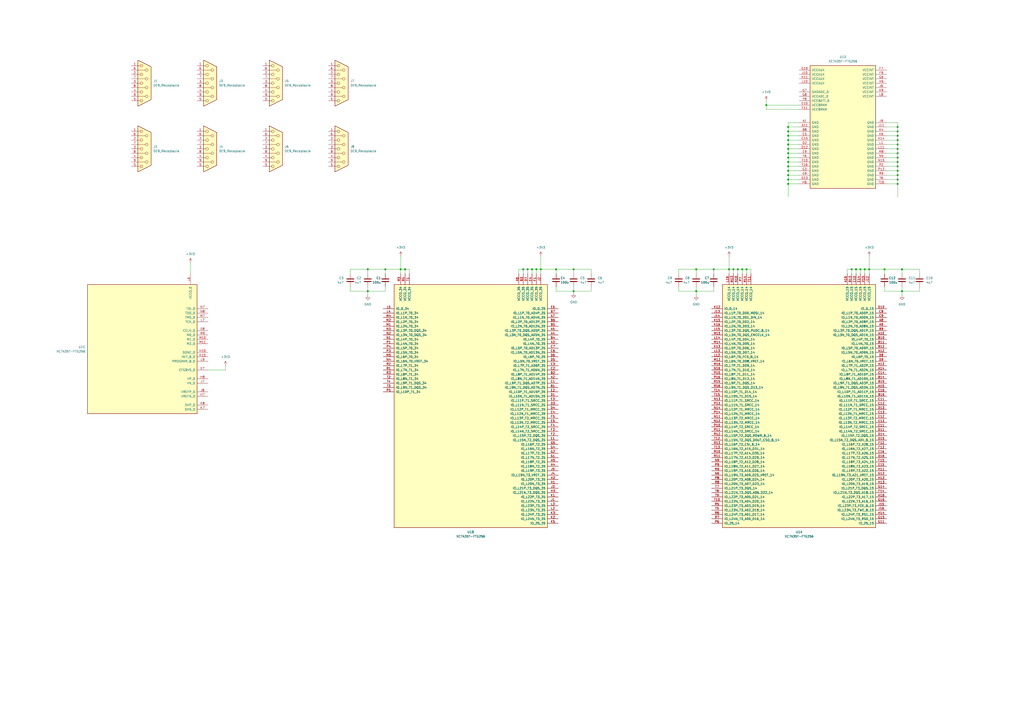
<source format=kicad_sch>
(kicad_sch (version 20231120) (generator "eeschema") (generator_version "8.0")
  (paper "A2")
  (title_block (title "SpaceWire Router") (company "Crosstalk Labs"))
  (lib_symbols
    (symbol "Connector:DE9_Receptacle" (pin_names (offset 1.016) hide)
      (property "Reference" "J" (at 0 13.97 0))
      (property "Value" "DE9_Receptacle" (at 0 -14.605 0))
      (symbol "DE9_Receptacle_0_1"
        (circle (center -1.778 -10.16) (radius 0.762))
        (circle (center -1.778 -5.08) (radius 0.762))
        (circle (center -1.778 0) (radius 0.762))
        (circle (center -1.778 5.08) (radius 0.762))
        (circle (center -1.778 10.16) (radius 0.762))
        (polyline (pts (xy -3.81 -10.16) (xy -2.54 -10.16)))
        (polyline (pts (xy -3.81 -7.62) (xy 0.508 -7.62)))
        (polyline (pts (xy -3.81 -5.08) (xy -2.54 -5.08)))
        (polyline (pts (xy -3.81 -2.54) (xy 0.508 -2.54)))
        (polyline (pts (xy -3.81 0) (xy -2.54 0)))
        (polyline (pts (xy -3.81 2.54) (xy 0.508 2.54)))
        (polyline (pts (xy -3.81 5.08) (xy -2.54 5.08)))
        (polyline (pts (xy -3.81 7.62) (xy 0.508 7.62)))
        (polyline (pts (xy -3.81 10.16) (xy -2.54 10.16)))
        (polyline (pts (xy -3.81 13.335) (xy -3.81 -13.335) (xy 3.81 -9.525) (xy 3.81 9.525) (xy -3.81 13.335)) (stroke (width 0.254)) (fill (type background)))
        (circle (center 1.27 -7.62) (radius 0.762))
        (circle (center 1.27 -2.54) (radius 0.762))
        (circle (center 1.27 2.54) (radius 0.762))
        (circle (center 1.27 7.62) (radius 0.762))
      )
      (symbol "DE9_Receptacle_1_1"
        (pin passive line (at -7.62 10.16 0) (length 3.81) (name "1") (number "1"))
        (pin passive line (at -7.62 5.08 0) (length 3.81) (name "2") (number "2"))
        (pin passive line (at -7.62 0 0) (length 3.81) (name "3") (number "3"))
        (pin passive line (at -7.62 -5.08 0) (length 3.81) (name "4") (number "4"))
        (pin passive line (at -7.62 -10.16 0) (length 3.81) (name "5") (number "5"))
        (pin passive line (at -7.62 7.62 0) (length 3.81) (name "6") (number "6"))
        (pin passive line (at -7.62 2.54 0) (length 3.81) (name "7") (number "7"))
        (pin passive line (at -7.62 -2.54 0) (length 3.81) (name "8") (number "8"))
        (pin passive line (at -7.62 -7.62 0) (length 3.81) (name "9") (number "9"))
      )
    )
    (symbol "Device:C" (pin_numbers hide) (pin_names (offset 0.254))
      (property "Reference" "C" (at 0.635 2.54 0))
      (property "Value" "C" (at 0.635 -2.54 0))
      (symbol "C_0_1"
        (polyline (pts (xy -2.032 -0.762) (xy 2.032 -0.762)) (stroke (width 0.508)))
        (polyline (pts (xy -2.032 0.762) (xy 2.032 0.762)) (stroke (width 0.508)))
      )
      (symbol "C_1_1"
        (pin passive line (at 0 3.81 270) (length 2.794) (name "~") (number "1"))
        (pin passive line (at 0 -3.81 90) (length 2.794) (name "~") (number "2"))
      )
    )
    (symbol "FPGA_Xilinx_Artix7:XC7A35T-FTG256" (pin_names (offset 1.016))
      (property "Reference" "U" (at 0 1.27 0))
      (property "Value" "XC7A35T-FTG256" (at 0 -1.27 0))
      (symbol "XC7A35T-FTG256_1_1"
        (rectangle (start -44.45 67.31) (end 44.45 -73.66) (stroke (width 0.254)) (fill (type background)))
        (pin bidirectional line (at 50.8 38.1 180) (length 6.35) (name "IO_L3N_T0_DQS_AD1N_15") (number "A10"))
        (pin bidirectional line (at 50.8 27.94 180) (length 6.35) (name "IO_L5N_T0_AD9N_15") (number "A12"))
        (pin bidirectional line (at 50.8 20.32 180) (length 6.35) (name "IO_L7P_T1_AD2P_15") (number "A13"))
        (pin bidirectional line (at 50.8 17.78 180) (length 6.35) (name "IO_L7N_T1_AD2N_15") (number "A14"))
        (pin bidirectional line (at 50.8 7.62 180) (length 6.35) (name "IO_L9N_T1_DQS_AD3N_15") (number "A15"))
        (pin power_in line (at 27.94 73.66 270) (length 6.35) (name "VCCO_15") (number "A16"))
        (pin bidirectional line (at 50.8 45.72 180) (length 6.35) (name "IO_L2P_T0_AD8P_15") (number "A8"))
        (pin bidirectional line (at 50.8 43.18 180) (length 6.35) (name "IO_L2N_T0_AD8N_15") (number "A9"))
        (pin bidirectional line (at 50.8 35.56 180) (length 6.35) (name "IO_L4P_T0_15") (number "B10"))
        (pin bidirectional line (at 50.8 33.02 180) (length 6.35) (name "IO_L4N_T0_15") (number "B11"))
        (pin bidirectional line (at 50.8 30.48 180) (length 6.35) (name "IO_L5P_T0_AD9P_15") (number "B12"))
        (pin power_in line (at 30.48 73.66 270) (length 6.35) (name "VCCO_15") (number "B13"))
        (pin bidirectional line (at 50.8 12.7 180) (length 6.35) (name "IO_L8N_T1_AD10N_15") (number "B14"))
        (pin bidirectional line (at 50.8 10.16 180) (length 6.35) (name "IO_L9P_T1_DQS_AD3P_15") (number "B15"))
        (pin bidirectional line (at 50.8 2.54 180) (length 6.35) (name "IO_L10N_T1_AD11N_15") (number "B16"))
        (pin bidirectional line (at 50.8 40.64 180) (length 6.35) (name "IO_L3P_T0_DQS_AD1P_15") (number "B9"))
        (pin power_in line (at 33.02 73.66 270) (length 6.35) (name "VCCO_15") (number "C10"))
        (pin bidirectional line (at 50.8 0 180) (length 6.35) (name "IO_L11P_T1_SRCC_15") (number "C11"))
        (pin bidirectional line (at 50.8 -2.54 180) (length 6.35) (name "IO_L11N_T1_SRCC_15") (number "C12"))
        (pin bidirectional line (at 50.8 -7.62 180) (length 6.35) (name "IO_L12N_T1_MRCC_15") (number "C13"))
        (pin bidirectional line (at 50.8 15.24 180) (length 6.35) (name "IO_L8P_T1_AD10P_15") (number "C14"))
        (pin bidirectional line (at 50.8 5.08 180) (length 6.35) (name "IO_L10P_T1_AD11P_15") (number "C16"))
        (pin bidirectional line (at 50.8 50.8 180) (length 6.35) (name "IO_L1P_T0_AD0P_15") (number "C8"))
        (pin bidirectional line (at 50.8 48.26 180) (length 6.35) (name "IO_L1N_T0_AD0N_15") (number "C9"))
        (pin bidirectional line (at 50.8 53.34 180) (length 6.35) (name "IO_0_15") (number "D10"))
        (pin bidirectional line (at 50.8 -17.78 180) (length 6.35) (name "IO_L14N_T2_SRCC_15") (number "D11"))
        (pin bidirectional line (at 50.8 -5.08 180) (length 6.35) (name "IO_L12P_T1_MRCC_15") (number "D13"))
        (pin bidirectional line (at 50.8 -20.32 180) (length 6.35) (name "IO_L15P_T2_DQS_15") (number "D14"))
        (pin bidirectional line (at 50.8 -22.86 180) (length 6.35) (name "IO_L15N_T2_DQS_ADV_B_15") (number "D15"))
        (pin bidirectional line (at 50.8 -33.02 180) (length 6.35) (name "IO_L17N_T2_A25_15") (number "D16"))
        (pin bidirectional line (at 50.8 25.4 180) (length 6.35) (name "IO_L6P_T0_15") (number "D8"))
        (pin bidirectional line (at 50.8 22.86 180) (length 6.35) (name "IO_L6N_T0_VREF_15") (number "D9"))
        (pin bidirectional line (at 50.8 -15.24 180) (length 6.35) (name "IO_L14P_T2_SRCC_15") (number "E11"))
        (pin bidirectional line (at 50.8 -10.16 180) (length 6.35) (name "IO_L13P_T2_MRCC_15") (number "E12"))
        (pin bidirectional line (at 50.8 -12.7 180) (length 6.35) (name "IO_L13N_T2_MRCC_15") (number "E13"))
        (pin power_in line (at 35.56 73.66 270) (length 6.35) (name "VCCO_15") (number "E14"))
        (pin bidirectional line (at 50.8 -38.1 180) (length 6.35) (name "IO_L18N_T2_A23_15") (number "E15"))
        (pin bidirectional line (at 50.8 -30.48 180) (length 6.35) (name "IO_L17P_T2_A26_15") (number "E16"))
        (pin bidirectional line (at 50.8 -25.4 180) (length 6.35) (name "IO_L16P_T2_A28_15") (number "F12"))
        (pin bidirectional line (at 50.8 -27.94 180) (length 6.35) (name "IO_L16N_T2_A27_15") (number "F13"))
        (pin bidirectional line (at 50.8 -53.34 180) (length 6.35) (name "IO_L21N_T3_DQS_A18_15") (number "F14"))
        (pin bidirectional line (at 50.8 -35.56 180) (length 6.35) (name "IO_L18P_T2_A24_15") (number "F15"))
        (pin bidirectional line (at 50.8 -71.12 180) (length 6.35) (name "IO_25_15") (number "G11"))
        (pin bidirectional line (at 50.8 -43.18 180) (length 6.35) (name "IO_L19N_T3_A21_VREF_15") (number "G12"))
        (pin bidirectional line (at 50.8 -50.8 180) (length 6.35) (name "IO_L21P_T3_DQS_15") (number "G14"))
        (pin bidirectional line (at 50.8 -68.58 180) (length 6.35) (name "IO_L24N_T3_RS0_15") (number "G15"))
        (pin bidirectional line (at 50.8 -58.42 180) (length 6.35) (name "IO_L22N_T3_A16_15") (number "G16"))
        (pin bidirectional line (at 50.8 -40.64 180) (length 6.35) (name "IO_L19P_T3_A22_15") (number "H11"))
        (pin bidirectional line (at 50.8 -45.72 180) (length 6.35) (name "IO_L20P_T3_A20_15") (number "H12"))
        (pin bidirectional line (at 50.8 -48.26 180) (length 6.35) (name "IO_L20N_T3_A19_15") (number "H13"))
        (pin bidirectional line (at 50.8 -66.04 180) (length 6.35) (name "IO_L24P_T3_RS1_15") (number "H14"))
        (pin power_in line (at 38.1 73.66 270) (length 6.35) (name "VCCO_15") (number "H15"))
        (pin bidirectional line (at 50.8 -55.88 180) (length 6.35) (name "IO_L22P_T3_A17_15") (number "H16"))
        (pin power_in line (at 40.64 73.66 270) (length 6.35) (name "VCCO_15") (number "J12"))
        (pin bidirectional line (at -50.8 50.8 0) (length 6.35) (name "IO_L1P_T0_D00_MOSI_14") (number "J13"))
        (pin bidirectional line (at -50.8 48.26 0) (length 6.35) (name "IO_L1N_T0_D01_DIN_14") (number "J14"))
        (pin bidirectional line (at 50.8 -60.96 180) (length 6.35) (name "IO_L23P_T3_FOE_B_15") (number "J15"))
        (pin bidirectional line (at 50.8 -63.5 180) (length 6.35) (name "IO_L23N_T3_FWE_B_15") (number "J16"))
        (pin bidirectional line (at -50.8 53.34 0) (length 6.35) (name "IO_0_14") (number "K12"))
        (pin bidirectional line (at -50.8 30.48 0) (length 6.35) (name "IO_L5P_T0_D06_14") (number "K13"))
        (pin bidirectional line (at -50.8 45.72 0) (length 6.35) (name "IO_L2P_T0_D02_14") (number "K15"))
        (pin bidirectional line (at -50.8 43.18 0) (length 6.35) (name "IO_L2N_T0_D03_14") (number "K16"))
        (pin bidirectional line (at -50.8 25.4 0) (length 6.35) (name "IO_L6P_T0_FCS_B_14") (number "L12"))
        (pin bidirectional line (at -50.8 27.94 0) (length 6.35) (name "IO_L5N_T0_D07_14") (number "L13"))
        (pin bidirectional line (at -50.8 35.56 0) (length 6.35) (name "IO_L4P_T0_D04_14") (number "L14"))
        (pin bidirectional line (at -50.8 40.64 0) (length 6.35) (name "IO_L3P_T0_DQS_PUDC_B_14") (number "L15"))
        (pin power_in line (at -40.64 73.66 270) (length 6.35) (name "VCCO_14") (number "L16"))
        (pin bidirectional line (at -50.8 22.86 0) (length 6.35) (name "IO_L6N_T0_D08_VREF_14") (number "M12"))
        (pin power_in line (at -38.1 73.66 270) (length 6.35) (name "VCCO_14") (number "M13"))
        (pin bidirectional line (at -50.8 33.02 0) (length 6.35) (name "IO_L4N_T0_D05_14") (number "M14"))
        (pin bidirectional line (at -50.8 38.1 0) (length 6.35) (name "IO_L3N_T0_DQS_EMCCLK_14") (number "M15"))
        (pin bidirectional line (at -50.8 20.32 0) (length 6.35) (name "IO_L7P_T1_D09_14") (number "M16"))
        (pin bidirectional line (at -50.8 -40.64 0) (length 6.35) (name "IO_L19P_T3_A10_D26_14") (number "M6"))
        (pin power_in line (at -35.56 73.66 270) (length 6.35) (name "VCCO_14") (number "N10"))
        (pin bidirectional line (at -50.8 -10.16 0) (length 6.35) (name "IO_L13P_T2_MRCC_14") (number "N11"))
        (pin bidirectional line (at -50.8 -12.7 0) (length 6.35) (name "IO_L13N_T2_MRCC_14") (number "N12"))
        (pin bidirectional line (at -50.8 0 0) (length 6.35) (name "IO_L11P_T1_SRCC_14") (number "N13"))
        (pin bidirectional line (at -50.8 -5.08 0) (length 6.35) (name "IO_L12P_T1_MRCC_14") (number "N14"))
        (pin bidirectional line (at -50.8 17.78 0) (length 6.35) (name "IO_L7N_T1_D10_14") (number "N16"))
        (pin bidirectional line (at -50.8 -43.18 0) (length 6.35) (name "IO_L19N_T3_A09_D25_VREF_14") (number "N6"))
        (pin bidirectional line (at -50.8 -35.56 0) (length 6.35) (name "IO_L18P_T2_A12_D28_14") (number "N9"))
        (pin bidirectional line (at -50.8 -15.24 0) (length 6.35) (name "IO_L14P_T2_SRCC_14") (number "P10"))
        (pin bidirectional line (at -50.8 -17.78 0) (length 6.35) (name "IO_L14N_T2_SRCC_14") (number "P11"))
        (pin bidirectional line (at -50.8 -2.54 0) (length 6.35) (name "IO_L11N_T1_SRCC_14") (number "P13"))
        (pin bidirectional line (at -50.8 -7.62 0) (length 6.35) (name "IO_L12N_T1_MRCC_14") (number "P14"))
        (pin bidirectional line (at -50.8 15.24 0) (length 6.35) (name "IO_L8P_T1_D11_14") (number "P15"))
        (pin bidirectional line (at -50.8 12.7 0) (length 6.35) (name "IO_L8N_T1_D12_14") (number "P16"))
        (pin bidirectional line (at -50.8 -71.12 0) (length 6.35) (name "IO_25_14") (number "P6"))
        (pin power_in line (at -33.02 73.66 270) (length 6.35) (name "VCCO_14") (number "P7"))
        (pin bidirectional line (at -50.8 -45.72 0) (length 6.35) (name "IO_L20P_T3_A08_D24_14") (number "P8"))
        (pin bidirectional line (at -50.8 -38.1 0) (length 6.35) (name "IO_L18N_T2_A11_D27_14") (number "P9"))
        (pin bidirectional line (at -50.8 -30.48 0) (length 6.35) (name "IO_L17P_T2_A14_D30_14") (number "R10"))
        (pin bidirectional line (at -50.8 -33.02 0) (length 6.35) (name "IO_L17N_T2_A13_D29_14") (number "R11"))
        (pin bidirectional line (at -50.8 -20.32 0) (length 6.35) (name "IO_L15P_T2_DQS_RDWR_B_14") (number "R12"))
        (pin bidirectional line (at -50.8 -25.4 0) (length 6.35) (name "IO_L16P_T2_CSI_B_14") (number "R13"))
        (pin power_in line (at -30.48 73.66 270) (length 6.35) (name "VCCO_14") (number "R14"))
        (pin bidirectional line (at -50.8 10.16 0) (length 6.35) (name "IO_L9P_T1_DQS_14") (number "R15"))
        (pin bidirectional line (at -50.8 7.62 0) (length 6.35) (name "IO_L9N_T1_DQS_D13_14") (number "R16"))
        (pin bidirectional line (at -50.8 -60.96 0) (length 6.35) (name "IO_L23P_T3_A03_D19_14") (number "R5"))
        (pin bidirectional line (at -50.8 -66.04 0) (length 6.35) (name "IO_L24P_T3_A01_D17_14") (number "R6"))
        (pin bidirectional line (at -50.8 -68.58 0) (length 6.35) (name "IO_L24N_T3_A00_D16_14") (number "R7"))
        (pin bidirectional line (at -50.8 -48.26 0) (length 6.35) (name "IO_L20N_T3_A07_D23_14") (number "R8"))
        (pin bidirectional line (at -50.8 -58.42 0) (length 6.35) (name "IO_L22N_T3_A04_D20_14") (number "T10"))
        (pin power_in line (at -27.94 73.66 270) (length 6.35) (name "VCCO_14") (number "T11"))
        (pin bidirectional line (at -50.8 -22.86 0) (length 6.35) (name "IO_L15N_T2_DQS_DOUT_CSO_B_14") (number "T12"))
        (pin bidirectional line (at -50.8 -27.94 0) (length 6.35) (name "IO_L16N_T2_A15_D31_14") (number "T13"))
        (pin bidirectional line (at -50.8 5.08 0) (length 6.35) (name "IO_L10P_T1_D14_14") (number "T14"))
        (pin bidirectional line (at -50.8 2.54 0) (length 6.35) (name "IO_L10N_T1_D15_14") (number "T15"))
        (pin bidirectional line (at -50.8 -63.5 0) (length 6.35) (name "IO_L23N_T3_A02_D18_14") (number "T5"))
        (pin bidirectional line (at -50.8 -50.8 0) (length 6.35) (name "IO_L21P_T3_DQS_14") (number "T7"))
        (pin bidirectional line (at -50.8 -53.34 0) (length 6.35) (name "IO_L21N_T3_DQS_A06_D22_14") (number "T8"))
        (pin bidirectional line (at -50.8 -55.88 0) (length 6.35) (name "IO_L22P_T3_A05_D21_14") (number "T9"))
      )
      (symbol "XC7A35T-FTG256_2_1"
        (rectangle (start -44.45 67.31) (end 44.45 -73.66) (stroke (width 0.254)) (fill (type background)))
        (pin bidirectional line (at 50.8 12.7 180) (length 6.35) (name "IO_L8N_T1_AD14N_35") (number "A2"))
        (pin bidirectional line (at 50.8 33.02 180) (length 6.35) (name "IO_L4N_T0_35") (number "A3"))
        (pin bidirectional line (at 50.8 38.1 180) (length 6.35) (name "IO_L3N_T0_DQS_AD5N_35") (number "A4"))
        (pin bidirectional line (at 50.8 40.64 180) (length 6.35) (name "IO_L3P_T0_DQS_AD5P_35") (number "A5"))
        (pin power_in line (at 27.94 73.66 270) (length 6.35) (name "VCCO_35") (number "A6"))
        (pin bidirectional line (at 50.8 48.26 180) (length 6.35) (name "IO_L1N_T0_AD4N_35") (number "A7"))
        (pin bidirectional line (at 50.8 7.62 180) (length 6.35) (name "IO_L9N_T1_DQS_AD7N_35") (number "B1"))
        (pin bidirectional line (at 50.8 15.24 180) (length 6.35) (name "IO_L8P_T1_AD14P_35") (number "B2"))
        (pin power_in line (at 30.48 73.66 270) (length 6.35) (name "VCCO_35") (number "B3"))
        (pin bidirectional line (at 50.8 35.56 180) (length 6.35) (name "IO_L4P_T0_35") (number "B4"))
        (pin bidirectional line (at 50.8 43.18 180) (length 6.35) (name "IO_L2N_T0_AD12N_35") (number "B5"))
        (pin bidirectional line (at 50.8 45.72 180) (length 6.35) (name "IO_L2P_T0_AD12P_35") (number "B6"))
        (pin bidirectional line (at 50.8 50.8 180) (length 6.35) (name "IO_L1P_T0_AD4P_35") (number "B7"))
        (pin bidirectional line (at 50.8 10.16 180) (length 6.35) (name "IO_L9P_T1_DQS_AD7P_35") (number "C1"))
        (pin bidirectional line (at 50.8 17.78 180) (length 6.35) (name "IO_L7N_T1_AD6N_35") (number "C2"))
        (pin bidirectional line (at 50.8 20.32 180) (length 6.35) (name "IO_L7P_T1_AD6P_35") (number "C3"))
        (pin bidirectional line (at 50.8 -7.62 180) (length 6.35) (name "IO_L12N_T1_MRCC_35") (number "C4"))
        (pin bidirectional line (at 50.8 27.94 180) (length 6.35) (name "IO_L5N_T0_AD13N_35") (number "C6"))
        (pin bidirectional line (at 50.8 30.48 180) (length 6.35) (name "IO_L5P_T0_AD13P_35") (number "C7"))
        (pin bidirectional line (at 50.8 2.54 180) (length 6.35) (name "IO_L10N_T1_AD15N_35") (number "D1"))
        (pin bidirectional line (at 50.8 -2.54 180) (length 6.35) (name "IO_L11N_T1_SRCC_35") (number "D3"))
        (pin bidirectional line (at 50.8 -5.08 180) (length 6.35) (name "IO_L12P_T1_MRCC_35") (number "D4"))
        (pin bidirectional line (at 50.8 22.86 180) (length 6.35) (name "IO_L6N_T0_VREF_35") (number "D5"))
        (pin bidirectional line (at 50.8 25.4 180) (length 6.35) (name "IO_L6P_T0_35") (number "D6"))
        (pin power_in line (at 33.02 73.66 270) (length 6.35) (name "VCCO_35") (number "D7"))
        (pin bidirectional line (at 50.8 -22.86 180) (length 6.35) (name "IO_L15N_T2_DQS_35") (number "E1"))
        (pin bidirectional line (at 50.8 5.08 180) (length 6.35) (name "IO_L10P_T1_AD15P_35") (number "E2"))
        (pin bidirectional line (at 50.8 0 180) (length 6.35) (name "IO_L11P_T1_SRCC_35") (number "E3"))
        (pin power_in line (at 35.56 73.66 270) (length 6.35) (name "VCCO_35") (number "E4"))
        (pin bidirectional line (at 50.8 -12.7 180) (length 6.35) (name "IO_L13N_T2_MRCC_35") (number "E5"))
        (pin bidirectional line (at 50.8 53.34 180) (length 6.35) (name "IO_0_35") (number "E6"))
        (pin power_in line (at 38.1 73.66 270) (length 6.35) (name "VCCO_35") (number "F1"))
        (pin bidirectional line (at 50.8 -20.32 180) (length 6.35) (name "IO_L15P_T2_DQS_35") (number "F2"))
        (pin bidirectional line (at 50.8 -17.78 180) (length 6.35) (name "IO_L14N_T2_SRCC_35") (number "F3"))
        (pin bidirectional line (at 50.8 -15.24 180) (length 6.35) (name "IO_L14P_T2_SRCC_35") (number "F4"))
        (pin bidirectional line (at 50.8 -10.16 180) (length 6.35) (name "IO_L13P_T2_MRCC_35") (number "F5"))
        (pin bidirectional line (at 50.8 -33.02 180) (length 6.35) (name "IO_L17N_T2_35") (number "G1"))
        (pin bidirectional line (at 50.8 -30.48 180) (length 6.35) (name "IO_L17P_T2_35") (number "G2"))
        (pin bidirectional line (at 50.8 -27.94 180) (length 6.35) (name "IO_L16N_T2_35") (number "G4"))
        (pin bidirectional line (at 50.8 -25.4 180) (length 6.35) (name "IO_L16P_T2_35") (number "G5"))
        (pin bidirectional line (at 50.8 -48.26 180) (length 6.35) (name "IO_L20N_T3_35") (number "H1"))
        (pin bidirectional line (at 50.8 -45.72 180) (length 6.35) (name "IO_L20P_T3_35") (number "H2"))
        (pin bidirectional line (at 50.8 -53.34 180) (length 6.35) (name "IO_L21N_T3_DQS_35") (number "H3"))
        (pin bidirectional line (at 50.8 -38.1 180) (length 6.35) (name "IO_L18N_T2_35") (number "H4"))
        (pin bidirectional line (at 50.8 -35.56 180) (length 6.35) (name "IO_L18P_T2_35") (number "H5"))
        (pin bidirectional line (at 50.8 -58.42 180) (length 6.35) (name "IO_L22N_T3_35") (number "J1"))
        (pin power_in line (at 40.64 73.66 270) (length 6.35) (name "VCCO_35") (number "J2"))
        (pin bidirectional line (at 50.8 -50.8 180) (length 6.35) (name "IO_L21P_T3_DQS_35") (number "J3"))
        (pin bidirectional line (at 50.8 -43.18 180) (length 6.35) (name "IO_L19N_T3_VREF_35") (number "J4"))
        (pin bidirectional line (at 50.8 -40.64 180) (length 6.35) (name "IO_L19P_T3_35") (number "J5"))
        (pin bidirectional line (at 50.8 -55.88 180) (length 6.35) (name "IO_L22P_T3_35") (number "K1"))
        (pin bidirectional line (at 50.8 -68.58 180) (length 6.35) (name "IO_L24N_T3_35") (number "K2"))
        (pin bidirectional line (at 50.8 -66.04 180) (length 6.35) (name "IO_L24P_T3_35") (number "K3"))
        (pin bidirectional line (at 50.8 -71.12 180) (length 6.35) (name "IO_25_35") (number "K5"))
        (pin bidirectional line (at 50.8 -63.5 180) (length 6.35) (name "IO_L23N_T3_35") (number "L2"))
        (pin bidirectional line (at 50.8 -60.96 180) (length 6.35) (name "IO_L23P_T3_35") (number "L3"))
        (pin bidirectional line (at -50.8 50.8 0) (length 6.35) (name "IO_L1P_T0_34") (number "L4"))
        (pin bidirectional line (at -50.8 53.34 0) (length 6.35) (name "IO_0_34") (number "L5"))
        (pin bidirectional line (at -50.8 43.18 0) (length 6.35) (name "IO_L2N_T0_34") (number "M1"))
        (pin bidirectional line (at -50.8 45.72 0) (length 6.35) (name "IO_L2P_T0_34") (number "M2"))
        (pin power_in line (at -40.64 73.66 270) (length 6.35) (name "VCCO_34") (number "M3"))
        (pin bidirectional line (at -50.8 48.26 0) (length 6.35) (name "IO_L1N_T0_34") (number "M4"))
        (pin bidirectional line (at -50.8 25.4 0) (length 6.35) (name "IO_L6P_T0_34") (number "M5"))
        (pin bidirectional line (at -50.8 35.56 0) (length 6.35) (name "IO_L4P_T0_34") (number "N1"))
        (pin bidirectional line (at -50.8 38.1 0) (length 6.35) (name "IO_L3N_T0_DQS_34") (number "N2"))
        (pin bidirectional line (at -50.8 40.64 0) (length 6.35) (name "IO_L3P_T0_DQS_34") (number "N3"))
        (pin bidirectional line (at -50.8 22.86 0) (length 6.35) (name "IO_L6N_T0_VREF_34") (number "N4"))
        (pin bidirectional line (at -50.8 33.02 0) (length 6.35) (name "IO_L4N_T0_34") (number "P1"))
        (pin bidirectional line (at -50.8 27.94 0) (length 6.35) (name "IO_L5N_T0_34") (number "P3"))
        (pin bidirectional line (at -50.8 30.48 0) (length 6.35) (name "IO_L5P_T0_34") (number "P4"))
        (pin bidirectional line (at -50.8 5.08 0) (length 6.35) (name "IO_L10P_T1_34") (number "P5"))
        (pin bidirectional line (at -50.8 17.78 0) (length 6.35) (name "IO_L7N_T1_34") (number "R1"))
        (pin bidirectional line (at -50.8 20.32 0) (length 6.35) (name "IO_L7P_T1_34") (number "R2"))
        (pin bidirectional line (at -50.8 15.24 0) (length 6.35) (name "IO_L8P_T1_34") (number "R3"))
        (pin power_in line (at -38.1 73.66 270) (length 6.35) (name "VCCO_34") (number "R4"))
        (pin power_in line (at -35.56 73.66 270) (length 6.35) (name "VCCO_34") (number "T1"))
        (pin bidirectional line (at -50.8 12.7 0) (length 6.35) (name "IO_L8N_T1_34") (number "T2"))
        (pin bidirectional line (at -50.8 7.62 0) (length 6.35) (name "IO_L9N_T1_DQS_34") (number "T3"))
        (pin bidirectional line (at -50.8 10.16 0) (length 6.35) (name "IO_L9P_T1_DQS_34") (number "T4"))
      )
      (symbol "XC7A35T-FTG256_3_1"
        (rectangle (start -31.75 34.29) (end 31.75 -40.64) (stroke (width 0.254)) (fill (type background)))
        (pin bidirectional line (at 38.1 -15.24 180) (length 6.35) (name "CFGBVS_0") (number "E7"))
        (pin bidirectional line (at 38.1 7.62 180) (length 6.35) (name "CCLK_0") (number "E8"))
        (pin bidirectional line (at 38.1 -5.08 180) (length 6.35) (name "DONE_0") (number "H10"))
        (pin bidirectional line (at 38.1 -30.48 180) (length 6.35) (name "VREFN_0") (number "H7"))
        (pin bidirectional line (at 38.1 -20.32 180) (length 6.35) (name "VP_0") (number "H8"))
        (pin bidirectional line (at 38.1 -22.86 180) (length 6.35) (name "VN_0") (number "J7"))
        (pin bidirectional line (at 38.1 -27.94 180) (length 6.35) (name "VREFP_0") (number "J8"))
        (pin bidirectional line (at 38.1 -7.62 180) (length 6.35) (name "INIT_B_0") (number "K10"))
        (pin bidirectional line (at 38.1 -38.1 180) (length 6.35) (name "DXN_0") (number "K7"))
        (pin bidirectional line (at 38.1 -35.56 180) (length 6.35) (name "DXP_0") (number "K8"))
        (pin power_in line (at 27.94 40.64 270) (length 6.35) (name "VCCO_0") (number "L6"))
        (pin bidirectional line (at 38.1 12.7 180) (length 6.35) (name "TCK_0") (number "L7"))
        (pin bidirectional line (at 38.1 -10.16 180) (length 6.35) (name "PROGRAM_B_0") (number "L9"))
        (pin bidirectional line (at 38.1 2.54 180) (length 6.35) (name "M1_0") (number "M10"))
        (pin bidirectional line (at 38.1 0 180) (length 6.35) (name "M2_0") (number "M11"))
        (pin bidirectional line (at 38.1 15.24 180) (length 6.35) (name "TMS_0") (number "M7"))
        (pin bidirectional line (at 38.1 5.08 180) (length 6.35) (name "M0_0") (number "M9"))
        (pin bidirectional line (at 38.1 20.32 180) (length 6.35) (name "TDI_0") (number "N7"))
        (pin bidirectional line (at 38.1 17.78 180) (length 6.35) (name "TDO_0") (number "N8"))
      )
      (symbol "XC7A35T-FTG256_4_1"
        (rectangle (start -19.05 35.56) (end 19.05 -35.56) (stroke (width 0.254)) (fill (type background)))
        (pin power_in line (at -25.4 2.54 0) (length 6.35) (name "GND") (number "A1"))
        (pin power_in line (at -25.4 0 0) (length 6.35) (name "GND") (number "A11"))
        (pin power_in line (at -25.4 -2.54 0) (length 6.35) (name "GND") (number "B8"))
        (pin power_in line (at -25.4 -7.62 0) (length 6.35) (name "GND") (number "C15"))
        (pin power_in line (at -25.4 -5.08 0) (length 6.35) (name "GND") (number "C5"))
        (pin power_in line (at -25.4 -12.7 0) (length 6.35) (name "GND") (number "D12"))
        (pin power_in line (at -25.4 -10.16 0) (length 6.35) (name "GND") (number "D2"))
        (pin power_in line (at -25.4 12.7 0) (length 6.35) (name "VCCBRAM") (number "E10"))
        (pin power_in line (at -25.4 -15.24 0) (length 6.35) (name "GND") (number "E9"))
        (pin power_in line (at -25.4 -20.32 0) (length 6.35) (name "GND") (number "F10"))
        (pin power_in line (at -25.4 10.16 0) (length 6.35) (name "VCCBRAM") (number "F11"))
        (pin power_in line (at -25.4 -22.86 0) (length 6.35) (name "GND") (number "F16"))
        (pin power_in line (at -25.4 -17.78 0) (length 6.35) (name "GND") (number "F6"))
        (pin power_in line (at 25.4 33.02 180) (length 6.35) (name "VCCINT") (number "F7"))
        (pin power_in line (at -25.4 15.24 0) (length 6.35) (name "VCCBATT_0") (number "F8"))
        (pin power_in line (at 25.4 30.48 180) (length 6.35) (name "VCCINT") (number "F9"))
        (pin power_in line (at -25.4 33.02 0) (length 6.35) (name "VCCAUX") (number "G10"))
        (pin power_in line (at -25.4 -30.48 0) (length 6.35) (name "GND") (number "G13"))
        (pin power_in line (at -25.4 -25.4 0) (length 6.35) (name "GND") (number "G3"))
        (pin power_in line (at 25.4 27.94 180) (length 6.35) (name "VCCINT") (number "G6"))
        (pin power_in line (at -25.4 20.32 0) (length 6.35) (name "GNDADC_0") (number "G7"))
        (pin power_in line (at -25.4 17.78 0) (length 6.35) (name "VCCADC_0") (number "G8"))
        (pin power_in line (at -25.4 -27.94 0) (length 6.35) (name "GND") (number "G9"))
        (pin power_in line (at -25.4 -33.02 0) (length 6.35) (name "GND") (number "H6"))
        (pin power_in line (at 25.4 25.4 180) (length 6.35) (name "VCCINT") (number "H9"))
        (pin power_in line (at -25.4 30.48 0) (length 6.35) (name "VCCAUX") (number "J10"))
        (pin power_in line (at 25.4 0 180) (length 6.35) (name "GND") (number "J11"))
        (pin power_in line (at 25.4 22.86 180) (length 6.35) (name "VCCINT") (number "J6"))
        (pin power_in line (at 25.4 2.54 180) (length 6.35) (name "GND") (number "J9"))
        (pin power_in line (at -25.4 27.94 0) (length 6.35) (name "VCCAUX") (number "K11"))
        (pin power_in line (at 25.4 -7.62 180) (length 6.35) (name "GND") (number "K14"))
        (pin power_in line (at 25.4 -2.54 180) (length 6.35) (name "GND") (number "K4"))
        (pin power_in line (at 25.4 -5.08 180) (length 6.35) (name "GND") (number "K6"))
        (pin power_in line (at 25.4 20.32 180) (length 6.35) (name "VCCINT") (number "K9"))
        (pin power_in line (at 25.4 -10.16 180) (length 6.35) (name "GND") (number "L1"))
        (pin power_in line (at -25.4 25.4 0) (length 6.35) (name "VCCAUX") (number "L10"))
        (pin power_in line (at 25.4 -12.7 180) (length 6.35) (name "GND") (number "L11"))
        (pin power_in line (at 25.4 17.78 180) (length 6.35) (name "VCCINT") (number "L8"))
        (pin power_in line (at 25.4 -15.24 180) (length 6.35) (name "GND") (number "M8"))
        (pin power_in line (at 25.4 -20.32 180) (length 6.35) (name "GND") (number "N15"))
        (pin power_in line (at 25.4 -17.78 180) (length 6.35) (name "GND") (number "N5"))
        (pin power_in line (at 25.4 -25.4 180) (length 6.35) (name "GND") (number "P12"))
        (pin power_in line (at 25.4 -22.86 180) (length 6.35) (name "GND") (number "P2"))
        (pin power_in line (at 25.4 -27.94 180) (length 6.35) (name "GND") (number "R9"))
        (pin power_in line (at 25.4 -33.02 180) (length 6.35) (name "GND") (number "T16"))
        (pin power_in line (at 25.4 -30.48 180) (length 6.35) (name "GND") (number "T6"))
      )
    )
    (symbol "power:+1V0" (power) (pin_numbers hide) (pin_names (offset 0) hide)
      (property "Value" "+1V0" (at 0 3.556 0))
      (symbol "+1V0_0_1"
        (polyline (pts (xy -0.762 1.27) (xy 0 2.54)))
        (polyline (pts (xy 0 0) (xy 0 2.54)))
        (polyline (pts (xy 0 2.54) (xy 0.762 1.27)))
      )
      (symbol "+1V0_1_1"
        (pin power_in line (at 0 0 90) (length 0) (name "~") (number "1"))
      )
    )
    (symbol "power:+3V3" (power) (pin_numbers hide) (pin_names (offset 0) hide)
      (property "Value" "+3V3" (at 0 3.556 0))
      (symbol "+3V3_0_1"
        (polyline (pts (xy -0.762 1.27) (xy 0 2.54)))
        (polyline (pts (xy 0 0) (xy 0 2.54)))
        (polyline (pts (xy 0 2.54) (xy 0.762 1.27)))
      )
      (symbol "+3V3_1_1"
        (pin power_in line (at 0 0 90) (length 0) (name "~") (number "1"))
      )
    )
    (symbol "power:GND" (power) (pin_numbers hide) (pin_names (offset 0) hide)
      (property "Value" "GND" (at 0 -3.81 0))
      (symbol "GND_0_1"
        (polyline (pts (xy 0 0) (xy 0 -1.27) (xy 1.27 -1.27) (xy 0 -2.54) (xy -1.27 -1.27) (xy 0 -1.27)))
      )
      (symbol "GND_1_1"
        (pin power_in line (at 0 0 270) (length 0) (name "~") (number "1"))
      )
    )
  )
  (junction (at 494.03 156.21))
  (junction (at 520.7 78.74))
  (junction (at 523.24 168.91))
  (junction (at 457.2 99.06))
  (junction (at 520.7 83.82))
  (junction (at 520.7 96.52))
  (junction (at 234.95 156.21))
  (junction (at 232.41 156.21))
  (junction (at 444.5 60.96))
  (junction (at 457.2 86.36))
  (junction (at 457.2 73.66))
  (junction (at 213.36 168.91))
  (junction (at 457.2 76.2))
  (junction (at 306.07 156.21))
  (junction (at 213.36 156.21))
  (junction (at 430.53 156.21))
  (junction (at 513.08 156.21))
  (junction (at 223.52 156.21))
  (junction (at 322.58 156.21))
  (junction (at 313.69 156.21))
  (junction (at 332.74 168.91))
  (junction (at 520.7 99.06))
  (junction (at 457.2 88.9))
  (junction (at 520.7 81.28))
  (junction (at 303.53 156.21))
  (junction (at 520.7 88.9))
  (junction (at 520.7 91.44))
  (junction (at 520.7 101.6))
  (junction (at 311.15 156.21))
  (junction (at 332.74 156.21))
  (junction (at 422.91 156.21))
  (junction (at 520.7 73.66))
  (junction (at 403.86 168.91))
  (junction (at 504.19 156.21))
  (junction (at 501.65 156.21))
  (junction (at 308.61 156.21))
  (junction (at 457.2 104.14))
  (junction (at 457.2 101.6))
  (junction (at 520.7 93.98))
  (junction (at 523.24 156.21))
  (junction (at 520.7 106.68))
  (junction (at 457.2 81.28))
  (junction (at 457.2 78.74))
  (junction (at 403.86 156.21))
  (junction (at 457.2 91.44))
  (junction (at 414.02 156.21))
  (junction (at 520.7 76.2))
  (junction (at 499.11 156.21))
  (junction (at 520.7 104.14))
  (junction (at 457.2 93.98))
  (junction (at 457.2 106.68))
  (junction (at 496.57 156.21))
  (junction (at 427.99 156.21))
  (junction (at 433.07 156.21))
  (junction (at 425.45 156.21))
  (junction (at 457.2 83.82))
  (junction (at 457.2 96.52))
  (junction (at 520.7 86.36))
  (wire (pts (xy 308.61 156.21) (xy 311.15 156.21)))
  (wire (pts (xy 430.53 156.21) (xy 430.53 158.75)))
  (wire (pts (xy 234.95 156.21) (xy 234.95 158.75)))
  (wire (pts (xy 513.08 156.21) (xy 513.08 158.75)))
  (wire (pts (xy 457.2 78.74) (xy 463.55 78.74)))
  (wire (pts (xy 499.11 156.21) (xy 496.57 156.21)))
  (wire (pts (xy 520.7 71.12) (xy 514.35 71.12)))
  (wire (pts (xy 306.07 156.21) (xy 308.61 156.21)))
  (wire (pts (xy 422.91 156.21) (xy 414.02 156.21)))
  (wire (pts (xy 322.58 156.21) (xy 332.74 156.21)))
  (wire (pts (xy 322.58 168.91) (xy 332.74 168.91)))
  (wire (pts (xy 514.35 101.6) (xy 520.7 101.6)))
  (wire (pts (xy 425.45 156.21) (xy 427.99 156.21)))
  (wire (pts (xy 213.36 168.91) (xy 213.36 171.45)))
  (wire (pts (xy 501.65 156.21) (xy 499.11 156.21)))
  (wire (pts (xy 414.02 168.91) (xy 403.86 168.91)))
  (wire (pts (xy 422.91 148.59) (xy 422.91 156.21)))
  (wire (pts (xy 513.08 168.91) (xy 523.24 168.91)))
  (wire (pts (xy 303.53 156.21) (xy 303.53 158.75)))
  (wire (pts (xy 457.2 88.9) (xy 463.55 88.9)))
  (wire (pts (xy 520.7 91.44) (xy 520.7 88.9)))
  (wire (pts (xy 457.2 96.52) (xy 457.2 99.06)))
  (wire (pts (xy 457.2 83.82) (xy 463.55 83.82)))
  (wire (pts (xy 514.35 73.66) (xy 520.7 73.66)))
  (wire (pts (xy 463.55 63.5) (xy 444.5 63.5)))
  (wire (pts (xy 520.7 81.28) (xy 520.7 78.74)))
  (wire (pts (xy 504.19 156.21) (xy 513.08 156.21)))
  (wire (pts (xy 457.2 88.9) (xy 457.2 91.44)))
  (wire (pts (xy 520.7 104.14) (xy 520.7 101.6)))
  (wire (pts (xy 232.41 156.21) (xy 232.41 158.75)))
  (wire (pts (xy 306.07 156.21) (xy 306.07 158.75)))
  (wire (pts (xy 520.7 99.06) (xy 520.7 96.52)))
  (wire (pts (xy 504.19 156.21) (xy 504.19 158.75)))
  (wire (pts (xy 520.7 78.74) (xy 520.7 76.2)))
  (wire (pts (xy 223.52 166.37) (xy 223.52 168.91)))
  (wire (pts (xy 223.52 156.21) (xy 213.36 156.21)))
  (wire (pts (xy 403.86 168.91) (xy 403.86 166.37)))
  (wire (pts (xy 514.35 86.36) (xy 520.7 86.36)))
  (wire (pts (xy 457.2 73.66) (xy 463.55 73.66)))
  (wire (pts (xy 425.45 156.21) (xy 425.45 158.75)))
  (wire (pts (xy 494.03 156.21) (xy 494.03 158.75)))
  (wire (pts (xy 514.35 88.9) (xy 520.7 88.9)))
  (wire (pts (xy 303.53 156.21) (xy 300.99 156.21)))
  (wire (pts (xy 523.24 156.21) (xy 523.24 158.75)))
  (wire (pts (xy 491.49 156.21) (xy 491.49 158.75)))
  (wire (pts (xy 342.9 168.91) (xy 342.9 166.37)))
  (wire (pts (xy 457.2 86.36) (xy 463.55 86.36)))
  (wire (pts (xy 520.7 73.66) (xy 520.7 71.12)))
  (wire (pts (xy 232.41 156.21) (xy 223.52 156.21)))
  (wire (pts (xy 427.99 156.21) (xy 430.53 156.21)))
  (wire (pts (xy 520.7 88.9) (xy 520.7 86.36)))
  (wire (pts (xy 514.35 104.14) (xy 520.7 104.14)))
  (wire (pts (xy 457.2 106.68) (xy 457.2 114.3)))
  (wire (pts (xy 523.24 168.91) (xy 523.24 171.45)))
  (wire (pts (xy 457.2 104.14) (xy 463.55 104.14)))
  (wire (pts (xy 403.86 156.21) (xy 393.7 156.21)))
  (wire (pts (xy 457.2 81.28) (xy 457.2 83.82)))
  (wire (pts (xy 322.58 166.37) (xy 322.58 168.91)))
  (wire (pts (xy 514.35 83.82) (xy 520.7 83.82)))
  (wire (pts (xy 232.41 148.59) (xy 232.41 156.21)))
  (wire (pts (xy 403.86 168.91) (xy 403.86 171.45)))
  (wire (pts (xy 457.2 71.12) (xy 457.2 73.66)))
  (wire (pts (xy 457.2 73.66) (xy 457.2 76.2)))
  (wire (pts (xy 457.2 81.28) (xy 463.55 81.28)))
  (wire (pts (xy 311.15 156.21) (xy 313.69 156.21)))
  (wire (pts (xy 332.74 156.21) (xy 332.74 158.75)))
  (wire (pts (xy 332.74 168.91) (xy 342.9 168.91)))
  (wire (pts (xy 457.2 93.98) (xy 463.55 93.98)))
  (wire (pts (xy 457.2 93.98) (xy 457.2 96.52)))
  (wire (pts (xy 223.52 168.91) (xy 213.36 168.91)))
  (wire (pts (xy 513.08 156.21) (xy 523.24 156.21)))
  (wire (pts (xy 213.36 156.21) (xy 213.36 158.75)))
  (wire (pts (xy 306.07 156.21) (xy 303.53 156.21)))
  (wire (pts (xy 457.2 76.2) (xy 457.2 78.74)))
  (wire (pts (xy 213.36 168.91) (xy 213.36 166.37)))
  (wire (pts (xy 513.08 166.37) (xy 513.08 168.91)))
  (wire (pts (xy 311.15 156.21) (xy 311.15 158.75)))
  (wire (pts (xy 130.81 214.63) (xy 120.65 214.63)))
  (wire (pts (xy 514.35 78.74) (xy 520.7 78.74)))
  (wire (pts (xy 332.74 168.91) (xy 332.74 170.18)))
  (wire (pts (xy 313.69 158.75) (xy 313.69 156.21)))
  (wire (pts (xy 213.36 156.21) (xy 203.2 156.21)))
  (wire (pts (xy 203.2 168.91) (xy 203.2 166.37)))
  (wire (pts (xy 457.2 101.6) (xy 457.2 104.14)))
  (wire (pts (xy 414.02 166.37) (xy 414.02 168.91)))
  (wire (pts (xy 332.74 156.21) (xy 342.9 156.21)))
  (wire (pts (xy 457.2 78.74) (xy 457.2 81.28)))
  (wire (pts (xy 457.2 96.52) (xy 463.55 96.52)))
  (wire (pts (xy 342.9 156.21) (xy 342.9 158.75)))
  (wire (pts (xy 457.2 91.44) (xy 457.2 93.98)))
  (wire (pts (xy 308.61 156.21) (xy 308.61 158.75)))
  (wire (pts (xy 514.35 81.28) (xy 520.7 81.28)))
  (wire (pts (xy 322.58 156.21) (xy 322.58 158.75)))
  (wire (pts (xy 414.02 156.21) (xy 403.86 156.21)))
  (wire (pts (xy 463.55 60.96) (xy 444.5 60.96)))
  (wire (pts (xy 457.2 91.44) (xy 463.55 91.44)))
  (wire (pts (xy 203.2 156.21) (xy 203.2 158.75)))
  (wire (pts (xy 237.49 156.21) (xy 237.49 158.75)))
  (wire (pts (xy 393.7 168.91) (xy 393.7 166.37)))
  (wire (pts (xy 523.24 156.21) (xy 533.4 156.21)))
  (wire (pts (xy 234.95 156.21) (xy 237.49 156.21)))
  (wire (pts (xy 232.41 156.21) (xy 234.95 156.21)))
  (wire (pts (xy 300.99 156.21) (xy 300.99 158.75)))
  (wire (pts (xy 520.7 83.82) (xy 520.7 81.28)))
  (wire (pts (xy 514.35 91.44) (xy 520.7 91.44)))
  (wire (pts (xy 520.7 76.2) (xy 520.7 73.66)))
  (wire (pts (xy 504.19 156.21) (xy 501.65 156.21)))
  (wire (pts (xy 444.5 63.5) (xy 444.5 60.96)))
  (wire (pts (xy 520.7 114.3) (xy 520.7 106.68)))
  (wire (pts (xy 457.2 86.36) (xy 457.2 88.9)))
  (wire (pts (xy 514.35 76.2) (xy 520.7 76.2)))
  (wire (pts (xy 520.7 96.52) (xy 520.7 93.98)))
  (wire (pts (xy 520.7 86.36) (xy 520.7 83.82)))
  (wire (pts (xy 457.2 101.6) (xy 463.55 101.6)))
  (wire (pts (xy 433.07 156.21) (xy 433.07 158.75)))
  (wire (pts (xy 463.55 71.12) (xy 457.2 71.12)))
  (wire (pts (xy 504.19 148.59) (xy 504.19 156.21)))
  (wire (pts (xy 523.24 168.91) (xy 523.24 166.37)))
  (wire (pts (xy 514.35 96.52) (xy 520.7 96.52)))
  (wire (pts (xy 435.61 156.21) (xy 435.61 158.75)))
  (wire (pts (xy 514.35 99.06) (xy 520.7 99.06)))
  (wire (pts (xy 496.57 156.21) (xy 496.57 158.75)))
  (wire (pts (xy 313.69 148.59) (xy 313.69 156.21)))
  (wire (pts (xy 520.7 93.98) (xy 520.7 91.44)))
  (wire (pts (xy 494.03 156.21) (xy 491.49 156.21)))
  (wire (pts (xy 457.2 99.06) (xy 463.55 99.06)))
  (wire (pts (xy 213.36 168.91) (xy 203.2 168.91)))
  (wire (pts (xy 457.2 83.82) (xy 457.2 86.36)))
  (wire (pts (xy 523.24 168.91) (xy 533.4 168.91)))
  (wire (pts (xy 110.49 152.4) (xy 110.49 158.75)))
  (wire (pts (xy 457.2 99.06) (xy 457.2 101.6)))
  (wire (pts (xy 223.52 156.21) (xy 223.52 158.75)))
  (wire (pts (xy 332.74 168.91) (xy 332.74 166.37)))
  (wire (pts (xy 533.4 156.21) (xy 533.4 158.75)))
  (wire (pts (xy 520.7 106.68) (xy 520.7 104.14)))
  (wire (pts (xy 457.2 104.14) (xy 457.2 106.68)))
  (wire (pts (xy 313.69 156.21) (xy 322.58 156.21)))
  (wire (pts (xy 393.7 156.21) (xy 393.7 158.75)))
  (wire (pts (xy 520.7 101.6) (xy 520.7 99.06)))
  (wire (pts (xy 499.11 156.21) (xy 499.11 158.75)))
  (wire (pts (xy 514.35 106.68) (xy 520.7 106.68)))
  (wire (pts (xy 444.5 60.96) (xy 444.5 58.42)))
  (wire (pts (xy 414.02 156.21) (xy 414.02 158.75)))
  (wire (pts (xy 130.81 212.09) (xy 130.81 214.63)))
  (wire (pts (xy 433.07 156.21) (xy 435.61 156.21)))
  (wire (pts (xy 430.53 156.21) (xy 433.07 156.21)))
  (wire (pts (xy 403.86 156.21) (xy 403.86 158.75)))
  (wire (pts (xy 403.86 168.91) (xy 393.7 168.91)))
  (wire (pts (xy 501.65 156.21) (xy 501.65 158.75)))
  (wire (pts (xy 422.91 156.21) (xy 422.91 158.75)))
  (wire (pts (xy 427.99 156.21) (xy 427.99 158.75)))
  (wire (pts (xy 422.91 156.21) (xy 425.45 156.21)))
  (wire (pts (xy 533.4 168.91) (xy 533.4 166.37)))
  (wire (pts (xy 496.57 156.21) (xy 494.03 156.21)))
  (wire (pts (xy 514.35 93.98) (xy 520.7 93.98)))
  (wire (pts (xy 457.2 76.2) (xy 463.55 76.2)))
  (wire (pts (xy 457.2 106.68) (xy 463.55 106.68)))
  (symbol (lib_id "power:+1V0") (at 444.5 58.42 0) (unit 1)
    (property "Reference" "#PWR03" (effects (hide yes)))
    (property "Value" "+1V0" (at 444.5 53.34 0))
    (property "Description" "Power symbol creates a global label with name \"+1V0\"" (effects (hide yes)))
  )
  (symbol (lib_id "Device:C") (at 342.9 162.56 0) (unit 1)
    (property "Reference" "C6" (at 346.71 161.2899 0) (effects (justify left)))
    (property "Value" "4u7" (at 346.71 163.8299 0) (effects (justify left)))
    (property "Footprint" "Capacitor_SMD:C_0805_2012Metric" (effects (hide yes)))
    (property "Description" "Unpolarized capacitor" (effects (hide yes)))
  )
  (symbol (lib_id "Device:C") (at 523.24 162.56 0) (unit 1)
    (property "Reference" "C11" (at 527.05 161.2899 0) (effects (justify left)))
    (property "Value" "4u7" (at 527.05 163.8299 0) (effects (justify left)))
    (property "Footprint" "Capacitor_SMD:C_0805_2012Metric" (effects (hide yes)))
    (property "Description" "Unpolarized capacitor" (effects (hide yes)))
  )
  (symbol (lib_id "Device:C") (at 403.86 162.56 0) (mirror y) (unit 1)
    (property "Reference" "C8" (at 400.05 161.2899 0) (effects (justify left)))
    (property "Value" "4u7" (at 400.05 163.8299 0) (effects (justify left)))
    (property "Footprint" "Capacitor_SMD:C_0805_2012Metric" (effects (hide yes)))
    (property "Description" "Unpolarized capacitor" (effects (hide yes)))
  )
  (symbol (lib_id "power:+3V3") (at 313.69 148.59 0) (unit 1)
    (property "Reference" "#PWR07" (effects (hide yes)))
    (property "Value" "+3V3" (at 313.69 143.51 0))
    (property "Description" "Power symbol creates a global label with name \"+3V3\"" (effects (hide yes)))
  )
  (symbol (lib_id "Device:C") (at 203.2 162.56 0) (mirror y) (unit 1)
    (property "Reference" "C3" (at 199.39 161.2899 0) (effects (justify left)))
    (property "Value" "4u7" (at 199.39 163.8299 0) (effects (justify left)))
    (property "Footprint" "Capacitor_SMD:C_0805_2012Metric" (effects (hide yes)))
    (property "Description" "Unpolarized capacitor" (effects (hide yes)))
  )
  (symbol (lib_id "Device:C") (at 223.52 162.56 0) (mirror y) (unit 1)
    (property "Reference" "C1" (at 220.98 161.29 0) (effects (justify left)))
    (property "Value" "100u" (at 220.98 163.83 0) (effects (justify left)))
    (property "Footprint" "Capacitor_SMD:C_0805_2012Metric" (effects (hide yes)))
    (property "Description" "Unpolarized capacitor" (effects (hide yes)))
  )
  (symbol (lib_id "Device:C") (at 322.58 162.56 0) (unit 1)
    (property "Reference" "C4" (at 325.12 161.29 0) (effects (justify left)))
    (property "Value" "100u" (at 325.12 163.83 0) (effects (justify left)))
    (property "Footprint" "Capacitor_SMD:C_0805_2012Metric" (effects (hide yes)))
    (property "Description" "Unpolarized capacitor" (effects (hide yes)))
  )
  (symbol (lib_id "power:GND") (at 332.74 170.18 0) (unit 1)
    (property "Reference" "#PWR06" (effects (hide yes)))
    (property "Value" "GND" (at 332.74 175.26 0))
    (property "Description" "Power symbol creates a global label with name \"GND\" , ground" (effects (hide yes)))
  )
  (symbol (lib_id "power:GND") (at 213.36 171.45 0) (mirror y) (unit 1)
    (property "Reference" "#PWR05" (effects (hide yes)))
    (property "Value" "GND" (at 213.36 176.53 0))
    (property "Description" "Power symbol creates a global label with name \"GND\" , ground" (effects (hide yes)))
  )
  (symbol (lib_id "Connector:DE9_Receptacle") (at 160.02 48.26 0) (unit 1)
    (property "Reference" "J5" (at 165.1 46.9899 0) (effects (justify left)))
    (property "Value" "DE9_Receptacle" (at 165.1 49.5299 0) (effects (justify left)))
    (property "Footprint" "DE9:DE9_Pins" (effects (hide yes)))
    (property "Description" "9-pin female receptacle socket D-SUB connector" (effects (hide yes)))
  )
  (symbol (lib_id "power:+3V3") (at 110.49 152.4 0) (unit 1)
    (property "Reference" "#PWR01" (effects (hide yes)))
    (property "Value" "+3V3" (at 110.49 147.32 0))
    (property "Description" "Power symbol creates a global label with name \"+3V3\"" (effects (hide yes)))
  )
  (symbol (lib_id "Connector:DE9_Receptacle") (at 160.02 86.36 0) (unit 1)
    (property "Reference" "J6" (at 165.1 85.0899 0) (effects (justify left)))
    (property "Value" "DE9_Receptacle" (at 165.1 87.6299 0) (effects (justify left)))
    (property "Footprint" "DE9:DE9_Pins" (effects (hide yes)))
    (property "Description" "9-pin female receptacle socket D-SUB connector" (effects (hide yes)))
  )
  (symbol (lib_id "Device:C") (at 533.4 162.56 0) (unit 1)
    (property "Reference" "C10" (at 537.21 161.2899 0) (effects (justify left)))
    (property "Value" "4u7" (at 537.21 163.8299 0) (effects (justify left)))
    (property "Footprint" "Capacitor_SMD:C_0805_2012Metric" (effects (hide yes)))
    (property "Description" "Unpolarized capacitor" (effects (hide yes)))
  )
  (symbol (lib_id "Connector:DE9_Receptacle") (at 121.92 48.26 0) (unit 1)
    (property "Reference" "J3" (at 127 46.9899 0) (effects (justify left)))
    (property "Value" "DE9_Receptacle" (at 127 49.5299 0) (effects (justify left)))
    (property "Footprint" "DE9:DE9_Pins" (effects (hide yes)))
    (property "Description" "9-pin female receptacle socket D-SUB connector" (effects (hide yes)))
  )
  (symbol (lib_id "Device:C") (at 213.36 162.56 0) (mirror y) (unit 1)
    (property "Reference" "C2" (at 209.55 161.2899 0) (effects (justify left)))
    (property "Value" "4u7" (at 209.55 163.8299 0) (effects (justify left)))
    (property "Footprint" "Capacitor_SMD:C_0805_2012Metric" (effects (hide yes)))
    (property "Description" "Unpolarized capacitor" (effects (hide yes)))
  )
  (symbol (lib_id "FPGA_Xilinx_Artix7:XC7A35T-FTG256") (at 273.05 232.41 0) (unit 2)
    (property "Reference" "U1" (at 273.05 308.61 0))
    (property "Value" "XC7A35T-FTG256" (at 273.05 311.15 0))
    (property "Footprint" "Package_BGA:Xilinx_FTG256" (effects (hide yes)))
    (property "Description" "Artix 7 T 35 XC7A35T-FTG256" (effects (hide yes)))
  )
  (symbol (lib_id "FPGA_Xilinx_Artix7:XC7A35T-FTG256") (at 488.95 73.66 0) (unit 4)
    (property "Reference" "U1" (at 488.95 33.02 0))
    (property "Value" "XC7A35T-FTG256" (at 488.95 35.56 0))
    (property "Footprint" "Package_BGA:Xilinx_FTG256" (effects (hide yes)))
    (property "Description" "Artix 7 T 35 XC7A35T-FTG256" (effects (hide yes)))
  )
  (symbol (lib_id "FPGA_Xilinx_Artix7:XC7A35T-FTG256") (at 463.55 232.41 0) (unit 1)
    (property "Reference" "U1" (at 463.55 308.61 0))
    (property "Value" "XC7A35T-FTG256" (at 463.55 311.15 0))
    (property "Footprint" "Package_BGA:Xilinx_FTG256" (effects (hide yes)))
    (property "Description" "Artix 7 T 35 XC7A35T-FTG256" (effects (hide yes)))
  )
  (symbol (lib_id "Device:C") (at 393.7 162.56 0) (mirror y) (unit 1)
    (property "Reference" "C9" (at 389.89 161.2899 0) (effects (justify left)))
    (property "Value" "4u7" (at 389.89 163.8299 0) (effects (justify left)))
    (property "Footprint" "Capacitor_SMD:C_0805_2012Metric" (effects (hide yes)))
    (property "Description" "Unpolarized capacitor" (effects (hide yes)))
  )
  (symbol (lib_id "Connector:DE9_Receptacle") (at 83.82 48.26 0) (unit 1)
    (property "Reference" "J1" (at 88.9 46.9899 0) (effects (justify left)))
    (property "Value" "DE9_Receptacle" (at 88.9 49.5299 0) (effects (justify left)))
    (property "Footprint" "DE9:DE9_Pins" (effects (hide yes)))
    (property "Description" "9-pin female receptacle socket D-SUB connector" (effects (hide yes)))
  )
  (symbol (lib_id "power:GND") (at 403.86 171.45 0) (mirror y) (unit 1)
    (property "Reference" "#PWR08" (effects (hide yes)))
    (property "Value" "GND" (at 403.86 176.53 0))
    (property "Description" "Power symbol creates a global label with name \"GND\" , ground" (effects (hide yes)))
  )
  (symbol (lib_id "Connector:DE9_Receptacle") (at 121.92 86.36 0) (unit 1)
    (property "Reference" "J4" (at 127 85.0899 0) (effects (justify left)))
    (property "Value" "DE9_Receptacle" (at 127 87.6299 0) (effects (justify left)))
    (property "Footprint" "DE9:DE9_Pins" (effects (hide yes)))
    (property "Description" "9-pin female receptacle socket D-SUB connector" (effects (hide yes)))
  )
  (symbol (lib_id "Device:C") (at 332.74 162.56 0) (unit 1)
    (property "Reference" "C5" (at 336.55 161.2899 0) (effects (justify left)))
    (property "Value" "4u7" (at 336.55 163.8299 0) (effects (justify left)))
    (property "Footprint" "Capacitor_SMD:C_0805_2012Metric" (effects (hide yes)))
    (property "Description" "Unpolarized capacitor" (effects (hide yes)))
  )
  (symbol (lib_id "Device:C") (at 414.02 162.56 0) (mirror y) (unit 1)
    (property "Reference" "C7" (at 411.48 161.29 0) (effects (justify left)))
    (property "Value" "100u" (at 411.48 163.83 0) (effects (justify left)))
    (property "Footprint" "Capacitor_SMD:C_0805_2012Metric" (effects (hide yes)))
    (property "Description" "Unpolarized capacitor" (effects (hide yes)))
  )
  (symbol (lib_id "power:+3V3") (at 130.81 212.09 0) (unit 1)
    (property "Reference" "#PWR02" (effects (hide yes)))
    (property "Value" "+3V3" (at 130.81 207.01 0))
    (property "Description" "Power symbol creates a global label with name \"+3V3\"" (effects (hide yes)))
  )
  (symbol (lib_id "power:+3V3") (at 504.19 148.59 0) (unit 1)
    (property "Reference" "#PWR011" (effects (hide yes)))
    (property "Value" "+3V3" (at 504.19 143.51 0))
    (property "Description" "Power symbol creates a global label with name \"+3V3\"" (effects (hide yes)))
  )
  (symbol (lib_id "power:GND") (at 523.24 171.45 0) (unit 1)
    (property "Reference" "#PWR010" (effects (hide yes)))
    (property "Value" "GND" (at 523.24 176.53 0))
    (property "Description" "Power symbol creates a global label with name \"GND\" , ground" (effects (hide yes)))
  )
  (symbol (lib_id "Connector:DE9_Receptacle") (at 83.82 86.36 0) (unit 1)
    (property "Reference" "J2" (at 88.9 85.0899 0) (effects (justify left)))
    (property "Value" "DE9_Receptacle" (at 88.9 87.6299 0) (effects (justify left)))
    (property "Footprint" "DE9:DE9_Pins" (effects (hide yes)))
    (property "Description" "9-pin female receptacle socket D-SUB connector" (effects (hide yes)))
  )
  (symbol (lib_id "power:+3V3") (at 422.91 148.59 0) (unit 1)
    (property "Reference" "#PWR09" (effects (hide yes)))
    (property "Value" "+3V3" (at 422.91 143.51 0))
    (property "Description" "Power symbol creates a global label with name \"+3V3\"" (effects (hide yes)))
  )
  (symbol (lib_id "FPGA_Xilinx_Artix7:XC7A35T-FTG256") (at 82.55 199.39 0) (unit 3)
    (property "Reference" "U1" (at 49.53 201.2949 0) (effects (justify right)))
    (property "Value" "XC7A35T-FTG256" (at 49.53 203.8349 0) (effects (justify right)))
    (property "Footprint" "Package_BGA:Xilinx_FTG256" (effects (hide yes)))
    (property "Description" "Artix 7 T 35 XC7A35T-FTG256" (effects (hide yes)))
  )
  (symbol (lib_id "Device:C") (at 513.08 162.56 0) (unit 1)
    (property "Reference" "C12" (at 515.62 161.29 0) (effects (justify left)))
    (property "Value" "100u" (at 515.62 163.83 0) (effects (justify left)))
    (property "Footprint" "Capacitor_SMD:C_0805_2012Metric" (effects (hide yes)))
    (property "Description" "Unpolarized capacitor" (effects (hide yes)))
  )
  (symbol (lib_id "Connector:DE9_Receptacle") (at 198.12 48.26 0) (unit 1)
    (property "Reference" "J7" (at 203.2 46.9899 0) (effects (justify left)))
    (property "Value" "DE9_Receptacle" (at 203.2 49.5299 0) (effects (justify left)))
    (property "Footprint" "DE9:DE9_Pins" (effects (hide yes)))
    (property "Description" "9-pin female receptacle socket D-SUB connector" (effects (hide yes)))
  )
  (symbol (lib_id "power:+3V3") (at 232.41 148.59 0) (unit 1)
    (property "Reference" "#PWR04" (effects (hide yes)))
    (property "Value" "+3V3" (at 232.41 143.51 0))
    (property "Description" "Power symbol creates a global label with name \"+3V3\"" (effects (hide yes)))
  )
  (symbol (lib_id "Connector:DE9_Receptacle") (at 198.12 86.36 0) (unit 1)
    (property "Reference" "J8" (at 203.2 85.0899 0) (effects (justify left)))
    (property "Value" "DE9_Receptacle" (at 203.2 87.6299 0) (effects (justify left)))
    (property "Footprint" "DE9:DE9_Pins" (effects (hide yes)))
    (property "Description" "9-pin female receptacle socket D-SUB connector" (effects (hide yes)))
  )
)
</source>
